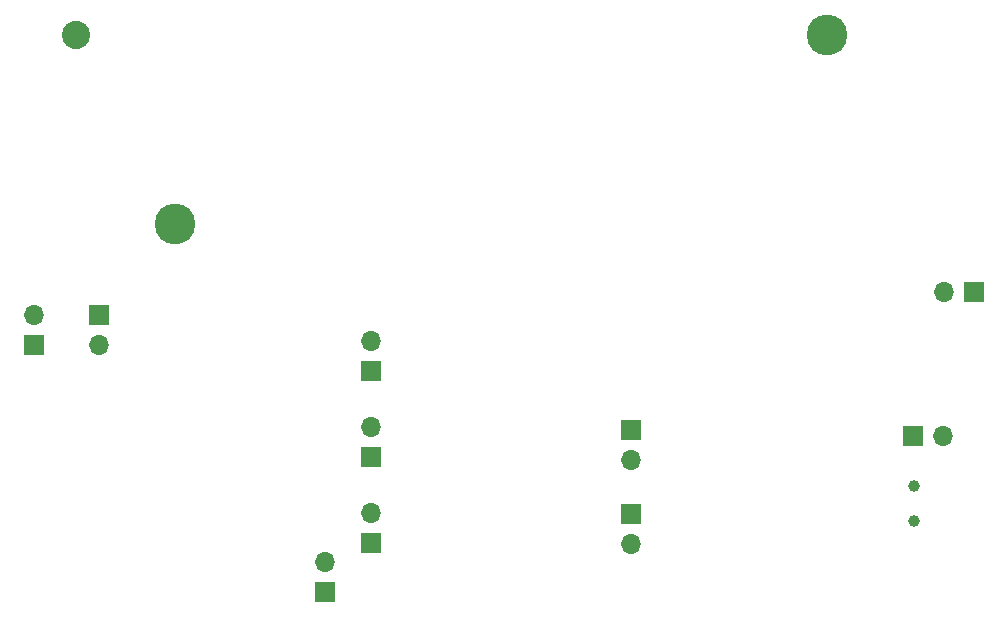
<source format=gbr>
%TF.GenerationSoftware,KiCad,Pcbnew,7.0.7*%
%TF.CreationDate,2024-01-15T16:46:33-03:00*%
%TF.ProjectId,PCB_MAQUEEN_V1,5043425f-4d41-4515-9545-454e5f56312e,rev?*%
%TF.SameCoordinates,Original*%
%TF.FileFunction,Soldermask,Bot*%
%TF.FilePolarity,Negative*%
%FSLAX46Y46*%
G04 Gerber Fmt 4.6, Leading zero omitted, Abs format (unit mm)*
G04 Created by KiCad (PCBNEW 7.0.7) date 2024-01-15 16:46:33*
%MOMM*%
%LPD*%
G01*
G04 APERTURE LIST*
%ADD10R,1.700000X1.700000*%
%ADD11O,1.700000X1.700000*%
%ADD12C,2.390000*%
%ADD13C,3.450000*%
%ADD14C,1.000000*%
G04 APERTURE END LIST*
D10*
%TO.C,J2*%
X169000000Y-95500000D03*
D11*
X169000000Y-92960000D03*
%TD*%
D10*
%TO.C,J7*%
X165100000Y-114200000D03*
D11*
X165100000Y-111660000D03*
%TD*%
D10*
%TO.C,J3*%
X191000000Y-100500000D03*
D11*
X191000000Y-103040000D03*
%TD*%
D10*
%TO.C,J6*%
X169000000Y-110040000D03*
D11*
X169000000Y-107500000D03*
%TD*%
D10*
%TO.C,J4*%
X169000000Y-102770000D03*
D11*
X169000000Y-100230000D03*
%TD*%
D10*
%TO.C,J11*%
X140500000Y-93275000D03*
D11*
X140500000Y-90735000D03*
%TD*%
D12*
%TO.C,BT1*%
X144070000Y-67000000D03*
D13*
X152400000Y-83000000D03*
X207600000Y-67000000D03*
%TD*%
D10*
%TO.C,J5*%
X191000000Y-107595000D03*
D11*
X191000000Y-110135000D03*
%TD*%
D10*
%TO.C,J10*%
X220075000Y-88800000D03*
D11*
X217535000Y-88800000D03*
%TD*%
D14*
%TO.C,SW1*%
X215000000Y-105200000D03*
X215000000Y-108200000D03*
%TD*%
D10*
%TO.C,J8*%
X214925000Y-101000000D03*
D11*
X217465000Y-101000000D03*
%TD*%
D10*
%TO.C,J9*%
X146000000Y-90725000D03*
D11*
X146000000Y-93265000D03*
%TD*%
M02*

</source>
